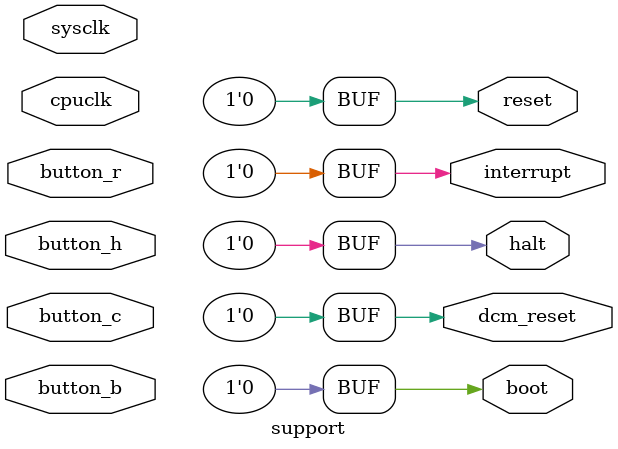
<source format=v>
module support(sysclk, cpuclk, button_r, button_b, button_h, button_c,
	       dcm_reset, reset, interrupt, boot, halt);

   input sysclk;
   input cpuclk;
   input button_r;
   input button_b;
   input button_h;
   input button_c;

   output dcm_reset;
   output reset;
   output interrupt;
   output boot;
   output halt;

   reg 	  reset;
   
   assign dcm_reset = 0;
   assign interrupt = 0;
   assign boot = 0;
   assign halt = 0;

   initial
     begin
	reset = 0;
	
	#5 reset = 1;
	#100 reset = 0;
     end
   
endmodule

</source>
